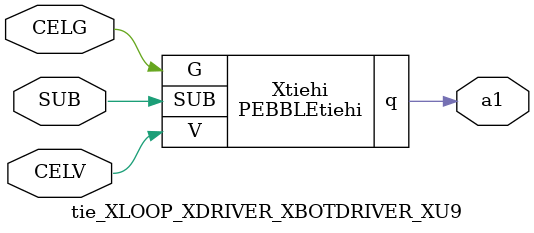
<source format=v>



module PEBBLEtiehi ( q, G, SUB, V );

  input V;
  output q;
  input G;
  input SUB;
endmodule

//Celera Confidential Do Not Copy tie_XLOOP_XDRIVER_XBOTDRIVER_XU9
//Celera Confidential Symbol Generator
//TIE
module tie_XLOOP_XDRIVER_XBOTDRIVER_XU9 (CELV,CELG,a1,SUB);
input CELV;
input CELG;
output a1;
input SUB;

//Celera Confidential Do Not Copy tie
PEBBLEtiehi Xtiehi(
.V (CELV),
.q (a1),
.SUB (SUB),
.G (CELG)
);
//,diesize,PEBBLEtiehi

//Celera Confidential Do Not Copy Module End
//Celera Schematic Generator
endmodule

</source>
